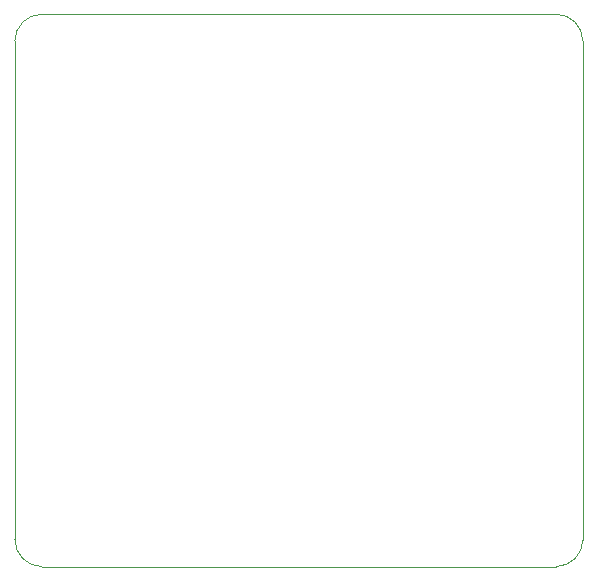
<source format=gbr>
%TF.GenerationSoftware,KiCad,Pcbnew,(6.0.7)*%
%TF.CreationDate,2022-09-15T14:24:46+02:00*%
%TF.ProjectId,rp2040-keypad,72703230-3430-42d6-9b65-797061642e6b,rev?*%
%TF.SameCoordinates,Original*%
%TF.FileFunction,Profile,NP*%
%FSLAX46Y46*%
G04 Gerber Fmt 4.6, Leading zero omitted, Abs format (unit mm)*
G04 Created by KiCad (PCBNEW (6.0.7)) date 2022-09-15 14:24:46*
%MOMM*%
%LPD*%
G01*
G04 APERTURE LIST*
%TA.AperFunction,Profile*%
%ADD10C,0.100000*%
%TD*%
G04 APERTURE END LIST*
D10*
X183800000Y-60050000D02*
X183800000Y-102275000D01*
X181550000Y-104525000D02*
G75*
G03*
X183800000Y-102275000I-50600J2300600D01*
G01*
X183800000Y-60050000D02*
G75*
G03*
X181500000Y-57750000I-2300000J0D01*
G01*
X138000000Y-57750000D02*
X181500000Y-57750000D01*
X135700000Y-60050000D02*
X135700000Y-102225000D01*
X138000000Y-104525000D02*
X181550000Y-104525000D01*
X135700000Y-102225000D02*
G75*
G03*
X138000000Y-104525000I2300000J0D01*
G01*
X138000000Y-57750000D02*
G75*
G03*
X135700000Y-60050000I0J-2300000D01*
G01*
M02*

</source>
